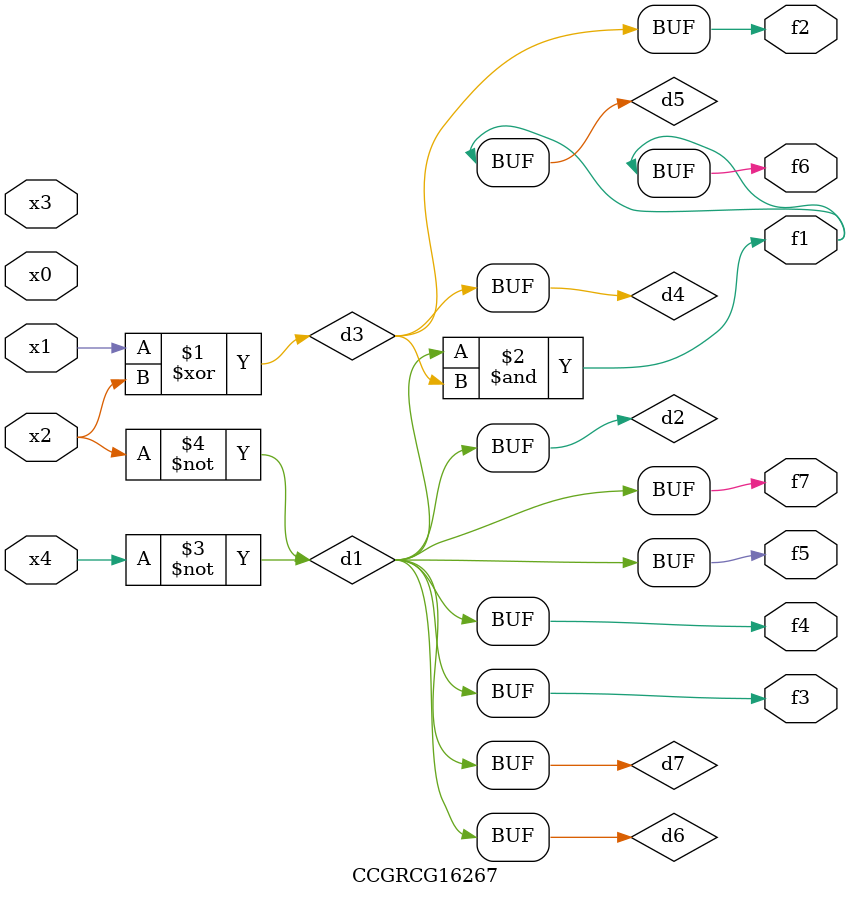
<source format=v>
module CCGRCG16267(
	input x0, x1, x2, x3, x4,
	output f1, f2, f3, f4, f5, f6, f7
);

	wire d1, d2, d3, d4, d5, d6, d7;

	not (d1, x4);
	not (d2, x2);
	xor (d3, x1, x2);
	buf (d4, d3);
	and (d5, d1, d3);
	buf (d6, d1, d2);
	buf (d7, d2);
	assign f1 = d5;
	assign f2 = d4;
	assign f3 = d7;
	assign f4 = d7;
	assign f5 = d7;
	assign f6 = d5;
	assign f7 = d7;
endmodule

</source>
